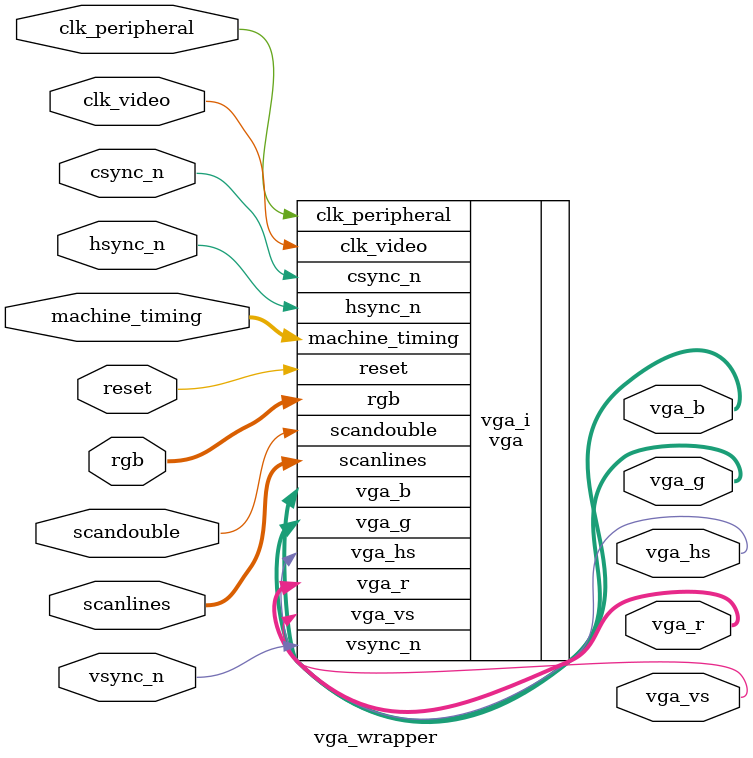
<source format=v>
`timescale 1 ps / 1 ps

module vga_wrapper
   (clk_peripheral,
    clk_video,
    csync_n,
    hsync_n,
    machine_timing,
    reset,
    rgb,
    scandouble,
    scanlines,
    vga_b,
    vga_g,
    vga_hs,
    vga_r,
    vga_vs,
    vsync_n);
  input clk_peripheral;
  input clk_video;
  input csync_n;
  input hsync_n;
  input [2:0]machine_timing;
  input reset;
  input [8:0]rgb;
  input scandouble;
  input [1:0]scanlines;
  output [3:0]vga_b;
  output [3:0]vga_g;
  output vga_hs;
  output [3:0]vga_r;
  output vga_vs;
  input vsync_n;

  wire clk_peripheral;
  wire clk_video;
  wire csync_n;
  wire hsync_n;
  wire [2:0]machine_timing;
  wire reset;
  wire [8:0]rgb;
  wire scandouble;
  wire [1:0]scanlines;
  wire [3:0]vga_b;
  wire [3:0]vga_g;
  wire vga_hs;
  wire [3:0]vga_r;
  wire vga_vs;
  wire vsync_n;

  vga vga_i
       (.clk_peripheral(clk_peripheral),
        .clk_video(clk_video),
        .csync_n(csync_n),
        .hsync_n(hsync_n),
        .machine_timing(machine_timing),
        .reset(reset),
        .rgb(rgb),
        .scandouble(scandouble),
        .scanlines(scanlines),
        .vga_b(vga_b),
        .vga_g(vga_g),
        .vga_hs(vga_hs),
        .vga_r(vga_r),
        .vga_vs(vga_vs),
        .vsync_n(vsync_n));
endmodule

</source>
